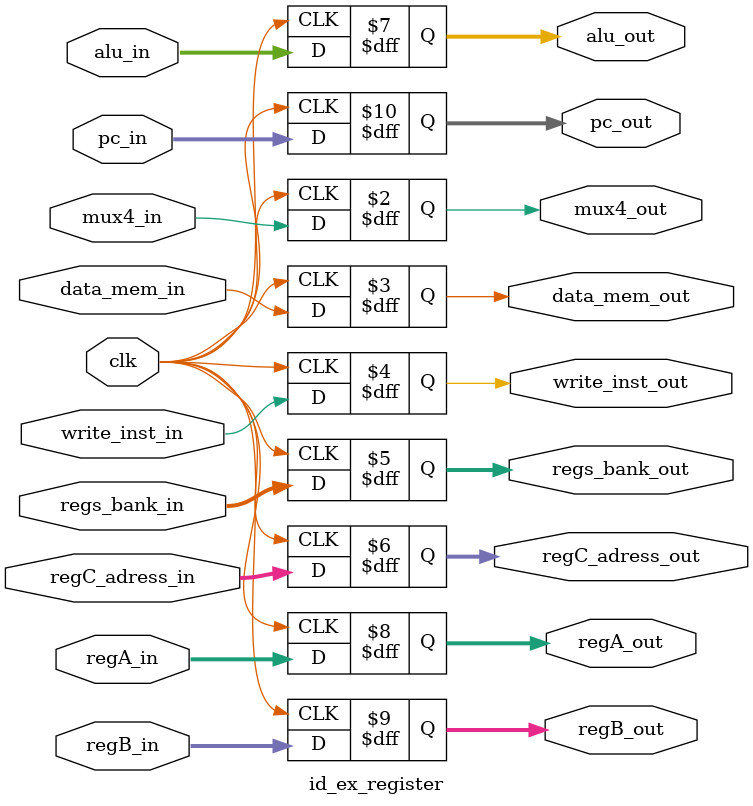
<source format=v>
module id_ex_register (clk, mux4_in, data_mem_in, alu_in, regA_in, regB_in, regs_bank_in, pc_in, regC_adress_in, write_inst_in, mux4_out, data_mem_out, alu_out, regA_out, regB_out, regs_bank_out, pc_out, regC_adress_out, write_inst_out);

	input clk, mux4_in, data_mem_in, write_inst_in;
	input [1:0] regs_bank_in;
	input [3:0] regC_adress_in;
	input [5:0] alu_in;
	input [31:0] regA_in, regB_in, pc_in;
	output reg mux4_out, data_mem_out, write_inst_out;
	output reg [1:0] regs_bank_out;
	output reg [3:0] regC_adress_out;
	output reg [5:0] alu_out;
	output reg [31:0] regA_out, regB_out, pc_out;

	always @(posedge clk) begin
		mux4_out <= mux4_in;
		data_mem_out <= data_mem_in;
		alu_out <= alu_in;
		regA_out <= regA_in;
		regB_out <= regB_in;
		regs_bank_out <= regs_bank_in;
		pc_out <= pc_in;
		regC_adress_out <= regC_adress_in;
		write_inst_out <= write_inst_in;
	end
endmodule


</source>
